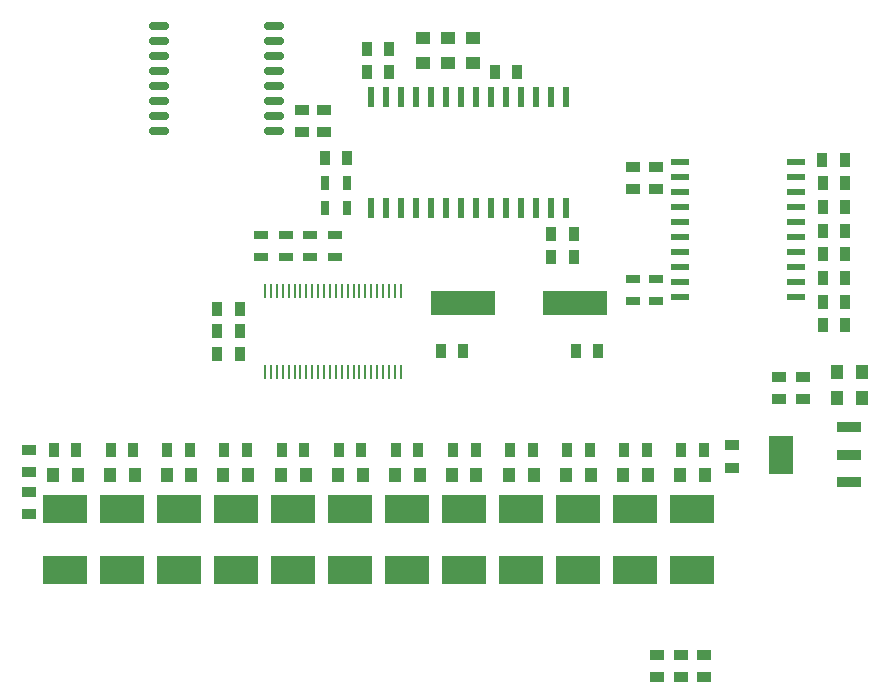
<source format=gtp>
G04*
G04 #@! TF.GenerationSoftware,Altium Limited,Altium Designer,19.1.9 (167)*
G04*
G04 Layer_Color=8421504*
%FSLAX44Y44*%
%MOMM*%
G71*
G01*
G75*
%ADD15R,0.6000X1.8000*%
%ADD16R,1.3000X0.9000*%
%ADD17R,0.9000X1.3000*%
%ADD18R,1.1000X1.2000*%
%ADD19R,3.7000X2.4500*%
%ADD20R,2.1500X0.9500*%
%ADD21R,2.1500X3.2500*%
%ADD22R,1.3000X0.7000*%
%ADD23R,0.7000X1.3000*%
%ADD24R,1.6500X0.6000*%
%ADD25R,1.2000X1.1000*%
%ADD26R,0.2500X1.2500*%
%ADD27R,5.5000X2.0000*%
G04:AMPARAMS|DCode=28|XSize=0.6mm|YSize=1.65mm|CornerRadius=0.15mm|HoleSize=0mm|Usage=FLASHONLY|Rotation=270.000|XOffset=0mm|YOffset=0mm|HoleType=Round|Shape=RoundedRectangle|*
%AMROUNDEDRECTD28*
21,1,0.6000,1.3500,0,0,270.0*
21,1,0.3000,1.6500,0,0,270.0*
1,1,0.3000,-0.6750,-0.1500*
1,1,0.3000,-0.6750,0.1500*
1,1,0.3000,0.6750,0.1500*
1,1,0.3000,0.6750,-0.1500*
%
%ADD28ROUNDEDRECTD28*%
D15*
X237200Y395250D02*
D03*
X249900D02*
D03*
X262600D02*
D03*
X275300D02*
D03*
X288000D02*
D03*
X300700D02*
D03*
X313400D02*
D03*
X326100D02*
D03*
X338800D02*
D03*
X351500D02*
D03*
X364200D02*
D03*
X376900D02*
D03*
X389600D02*
D03*
X402300D02*
D03*
X237200Y489250D02*
D03*
X249900D02*
D03*
X262600D02*
D03*
X275300D02*
D03*
X288000D02*
D03*
X300700D02*
D03*
X313400D02*
D03*
X326100D02*
D03*
X338800D02*
D03*
X351500D02*
D03*
X364200D02*
D03*
X376900D02*
D03*
X389600D02*
D03*
X402300D02*
D03*
D16*
X543205Y194481D02*
D03*
Y175481D02*
D03*
X-52463Y171680D02*
D03*
Y190680D02*
D03*
Y154925D02*
D03*
Y135925D02*
D03*
X518920Y-1910D02*
D03*
Y17090D02*
D03*
X499320Y-1910D02*
D03*
Y17090D02*
D03*
X479720Y-1910D02*
D03*
Y17090D02*
D03*
X582700Y252520D02*
D03*
Y233520D02*
D03*
X602720Y252520D02*
D03*
Y233520D02*
D03*
X478720Y430000D02*
D03*
Y411000D02*
D03*
X459250Y430000D02*
D03*
Y411000D02*
D03*
X197750Y478500D02*
D03*
Y459500D02*
D03*
X178750Y478500D02*
D03*
Y459500D02*
D03*
D17*
X500020Y190180D02*
D03*
X519020D02*
D03*
X451590D02*
D03*
X470590D02*
D03*
X403500Y189930D02*
D03*
X422500D02*
D03*
X355090D02*
D03*
X374090D02*
D03*
X306840D02*
D03*
X325840D02*
D03*
X258340Y190180D02*
D03*
X277340D02*
D03*
X209840D02*
D03*
X228840D02*
D03*
X161590D02*
D03*
X180590D02*
D03*
X113090D02*
D03*
X132090D02*
D03*
X64590Y189930D02*
D03*
X83590D02*
D03*
X16840D02*
D03*
X35840D02*
D03*
X-31410D02*
D03*
X-12410D02*
D03*
X217000Y437750D02*
D03*
X198000D02*
D03*
X389750Y373250D02*
D03*
X408750D02*
D03*
X389750Y354000D02*
D03*
X408750D02*
D03*
X638500Y296000D02*
D03*
X619500D02*
D03*
X638500Y315857D02*
D03*
X619500D02*
D03*
X638500Y335964D02*
D03*
X619500D02*
D03*
X638500Y356000D02*
D03*
X619500D02*
D03*
X638500Y376000D02*
D03*
X619500D02*
D03*
X638560Y396000D02*
D03*
X619560D02*
D03*
X638500Y416143D02*
D03*
X619500D02*
D03*
X638370Y436250D02*
D03*
X619370D02*
D03*
X252833Y530093D02*
D03*
X233833D02*
D03*
X252833Y510593D02*
D03*
X233833D02*
D03*
X361250Y510500D02*
D03*
X342250D02*
D03*
X410535Y274250D02*
D03*
X429535D02*
D03*
X315340Y274250D02*
D03*
X296340D02*
D03*
X107250Y290750D02*
D03*
X126250D02*
D03*
X107250Y272000D02*
D03*
X126250D02*
D03*
X107250Y309500D02*
D03*
X126250D02*
D03*
D18*
X498770Y169120D02*
D03*
X519770D02*
D03*
X450510D02*
D03*
X471510D02*
D03*
X402250D02*
D03*
X423250D02*
D03*
X353990D02*
D03*
X374990D02*
D03*
X305390D02*
D03*
X326390D02*
D03*
X257470D02*
D03*
X278470D02*
D03*
X209210D02*
D03*
X230210D02*
D03*
X160950D02*
D03*
X181950D02*
D03*
X111760D02*
D03*
X132760D02*
D03*
X64090D02*
D03*
X85090D02*
D03*
X16170D02*
D03*
X37170D02*
D03*
X-32090D02*
D03*
X-11090D02*
D03*
X631560Y234350D02*
D03*
X652560D02*
D03*
X631560Y256270D02*
D03*
X652560D02*
D03*
D19*
X509270Y88550D02*
D03*
Y140050D02*
D03*
X461010Y88550D02*
D03*
Y140050D02*
D03*
X412750Y88550D02*
D03*
Y140050D02*
D03*
X364490Y88550D02*
D03*
Y140050D02*
D03*
X316230Y88550D02*
D03*
Y140050D02*
D03*
X267970Y88550D02*
D03*
Y140050D02*
D03*
X219710Y88550D02*
D03*
Y140050D02*
D03*
X171450Y88550D02*
D03*
Y140050D02*
D03*
X123190Y88550D02*
D03*
Y140050D02*
D03*
X74930Y88550D02*
D03*
Y140050D02*
D03*
X26670Y88550D02*
D03*
Y140050D02*
D03*
X-21590Y88550D02*
D03*
Y140050D02*
D03*
D20*
X642000Y163500D02*
D03*
Y186500D02*
D03*
Y209500D02*
D03*
D21*
X584000Y186500D02*
D03*
D22*
X206420Y372500D02*
D03*
Y353500D02*
D03*
X478340Y335500D02*
D03*
Y316500D02*
D03*
X458750Y335500D02*
D03*
Y316500D02*
D03*
X185720Y353500D02*
D03*
Y372500D02*
D03*
X165020Y353500D02*
D03*
Y372500D02*
D03*
X144320Y353500D02*
D03*
Y372500D02*
D03*
D23*
X198000Y416000D02*
D03*
X217000D02*
D03*
X198000Y395250D02*
D03*
X217000D02*
D03*
D24*
X499250Y433900D02*
D03*
Y421200D02*
D03*
Y408500D02*
D03*
Y395800D02*
D03*
Y383100D02*
D03*
Y370400D02*
D03*
Y357700D02*
D03*
Y345000D02*
D03*
Y332300D02*
D03*
Y319600D02*
D03*
X596750Y433900D02*
D03*
Y421200D02*
D03*
Y408500D02*
D03*
Y395800D02*
D03*
Y383100D02*
D03*
Y370400D02*
D03*
Y357700D02*
D03*
Y345000D02*
D03*
Y332300D02*
D03*
Y319600D02*
D03*
D25*
X323250Y518250D02*
D03*
Y539250D02*
D03*
X302250Y518250D02*
D03*
Y539250D02*
D03*
X281000Y518000D02*
D03*
Y539000D02*
D03*
D26*
X147470Y256380D02*
D03*
X152470D02*
D03*
X157470D02*
D03*
X162470D02*
D03*
X167470D02*
D03*
X172470D02*
D03*
X177470D02*
D03*
X182470D02*
D03*
X187470D02*
D03*
X192470D02*
D03*
X197470D02*
D03*
X202470D02*
D03*
X207470D02*
D03*
X212470D02*
D03*
X217470D02*
D03*
X222470D02*
D03*
X227470D02*
D03*
X232470D02*
D03*
X237470D02*
D03*
X242470D02*
D03*
X247470D02*
D03*
X252470D02*
D03*
X257470D02*
D03*
X262470D02*
D03*
X147470Y324880D02*
D03*
X152470D02*
D03*
X157470D02*
D03*
X162470D02*
D03*
X167470D02*
D03*
X172470D02*
D03*
X177470D02*
D03*
X182470D02*
D03*
X187470D02*
D03*
X192470D02*
D03*
X197470D02*
D03*
X202470D02*
D03*
X207470D02*
D03*
X212470D02*
D03*
X217470D02*
D03*
X222470D02*
D03*
X227470D02*
D03*
X232470D02*
D03*
X237470D02*
D03*
X242470D02*
D03*
X247470D02*
D03*
X252470D02*
D03*
X257470D02*
D03*
X262470D02*
D03*
D27*
X315250Y315000D02*
D03*
X410250D02*
D03*
D28*
X155000Y460050D02*
D03*
Y472750D02*
D03*
Y485450D02*
D03*
Y498150D02*
D03*
Y510850D02*
D03*
Y523550D02*
D03*
Y536250D02*
D03*
Y548950D02*
D03*
X57500Y460050D02*
D03*
Y472750D02*
D03*
Y485450D02*
D03*
Y498150D02*
D03*
Y510850D02*
D03*
Y523550D02*
D03*
Y536250D02*
D03*
Y548950D02*
D03*
M02*

</source>
